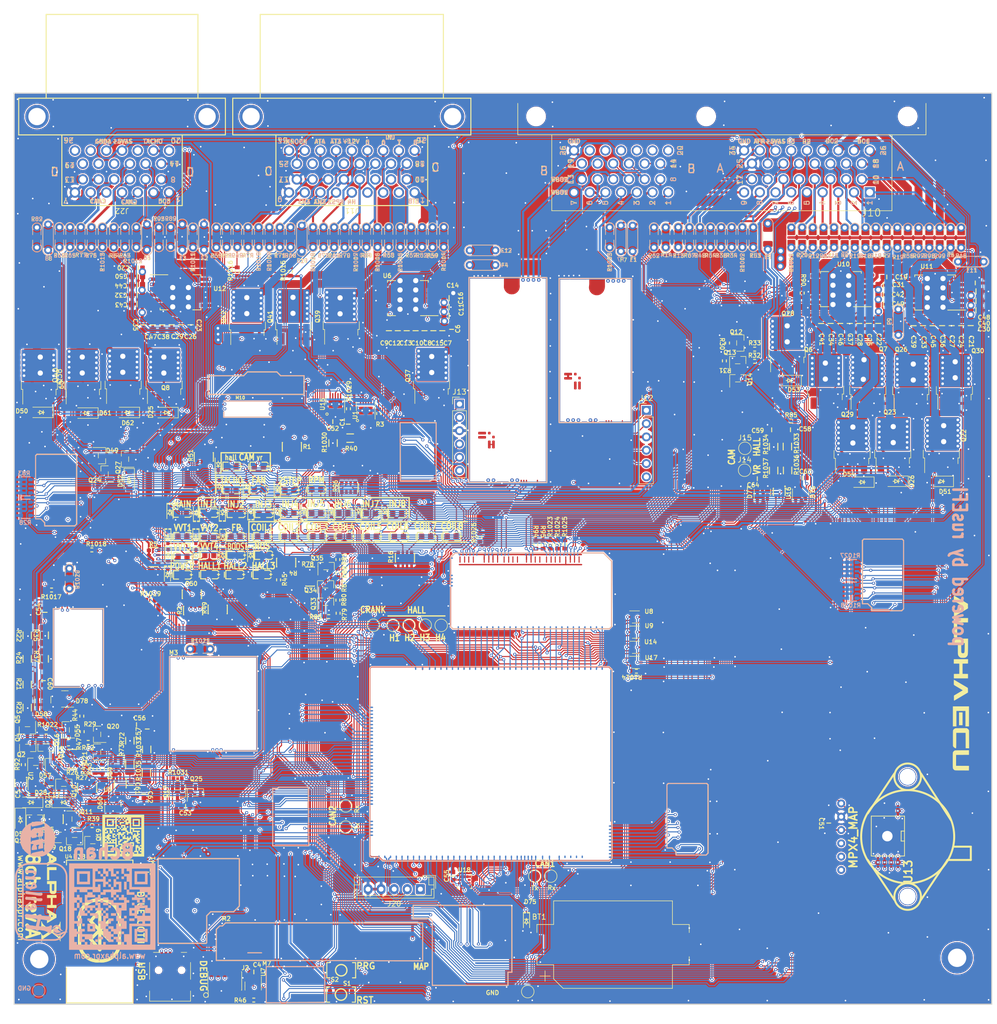
<source format=kicad_pcb>
(kicad_pcb (version 20211014) (generator pcbnew)

  (general
    (thickness 1.6)
  )

  (paper "A")
  (title_block
    (title "alpha8ch")
    (date "2022-12-17")
    (rev "a")
  )

  (layers
    (0 "F.Cu" signal)
    (1 "In1.Cu" signal)
    (2 "In2.Cu" signal)
    (31 "B.Cu" signal)
    (32 "B.Adhes" user "B.Adhesive")
    (33 "F.Adhes" user "F.Adhesive")
    (34 "B.Paste" user)
    (35 "F.Paste" user)
    (36 "B.SilkS" user "B.Silkscreen")
    (37 "F.SilkS" user "F.Silkscreen")
    (38 "B.Mask" user)
    (39 "F.Mask" user)
    (40 "Dwgs.User" user "User.Drawings")
    (41 "Cmts.User" user "User.Comments")
    (42 "Eco1.User" user "User.Eco1")
    (43 "Eco2.User" user "User.Eco2")
    (44 "Edge.Cuts" user)
    (45 "Margin" user)
    (46 "B.CrtYd" user "B.Courtyard")
    (47 "F.CrtYd" user "F.Courtyard")
    (48 "B.Fab" user)
    (49 "F.Fab" user)
  )

  (setup
    (stackup
      (layer "F.SilkS" (type "Top Silk Screen"))
      (layer "F.Paste" (type "Top Solder Paste"))
      (layer "F.Mask" (type "Top Solder Mask") (color "Green") (thickness 0.01))
      (layer "F.Cu" (type "copper") (thickness 0.035))
      (layer "dielectric 1" (type "core") (thickness 0.35) (material "FR4") (epsilon_r 4.5) (loss_tangent 0.02))
      (layer "In1.Cu" (type "copper") (thickness 0.018))
      (layer "dielectric 2" (type "prepreg") (thickness 0.774) (material "FR4") (epsilon_r 4.5) (loss_tangent 0.02))
      (layer "In2.Cu" (type "copper") (thickness 0.018))
      (layer "dielectric 3" (type "core") (thickness 0.35) (material "FR4") (epsilon_r 4.5) (loss_tangent 0.02))
      (layer "B.Cu" (type "copper") (thickness 0.035))
      (layer "B.Mask" (type "Bottom Solder Mask") (color "Green") (thickness 0.01))
      (layer "B.Paste" (type "Bottom Solder Paste"))
      (layer "B.SilkS" (type "Bottom Silk Screen"))
      (copper_finish "None")
      (dielectric_constraints no)
    )
    (pad_to_mask_clearance 0)
    (aux_axis_origin 21.1 170.7)
    (pcbplotparams
      (layerselection 0x00310f8_ffffffff)
      (disableapertmacros true)
      (usegerberextensions true)
      (usegerberattributes false)
      (usegerberadvancedattributes true)
      (creategerberjobfile false)
      (svguseinch false)
      (svgprecision 6)
      (excludeedgelayer true)
      (plotframeref false)
      (viasonmask false)
      (mode 1)
      (useauxorigin true)
      (hpglpennumber 1)
      (hpglpenspeed 20)
      (hpglpendiameter 15.000000)
      (dxfpolygonmode true)
      (dxfimperialunits true)
      (dxfusepcbnewfont true)
      (psnegative false)
      (psa4output false)
      (plotreference true)
      (plotvalue false)
      (plotinvisibletext false)
      (sketchpadsonfab false)
      (subtractmaskfromsilk false)
      (outputformat 1)
      (mirror false)
      (drillshape 0)
      (scaleselection 1)
      (outputdirectory "gerber/")
    )
  )

  (net 0 "")
  (net 1 "GND")
  (net 2 "/IN_CRANK")
  (net 3 "+12V")
  (net 4 "/NRESET")
  (net 5 "unconnected-(J1-Pad4)")
  (net 6 "Net-(D12-Pad1)")
  (net 7 "/VBUS")
  (net 8 "Net-(D13-Pad1)")
  (net 9 "Net-(D14-Pad1)")
  (net 10 "Net-(D15-Pad1)")
  (net 11 "Net-(D28-Pad1)")
  (net 12 "unconnected-(M5-PadJ16)")
  (net 13 "unconnected-(M5-PadJ15)")
  (net 14 "+12V_ETB")
  (net 15 "Net-(D16-Pad1)")
  (net 16 "+5VA")
  (net 17 "Net-(D2-Pad1)")
  (net 18 "Net-(BT1-Pad1)")
  (net 19 "Net-(D3-Pad1)")
  (net 20 "/INJ1")
  (net 21 "/INJ2")
  (net 22 "/MAP2")
  (net 23 "/USB+")
  (net 24 "/USB-")
  (net 25 "+5V")
  (net 26 "/IGN1")
  (net 27 "/IGN2")
  (net 28 "Net-(D1-Pad1)")
  (net 29 "/VIGN")
  (net 30 "/BOOT0")
  (net 31 "/OUT_IGN1")
  (net 32 "/OUT_IGN2")
  (net 33 "+3V3")
  (net 34 "/OUT_INJ2")
  (net 35 "/OUT_INJ1")
  (net 36 "/OUT_NOS")
  (net 37 "/PWR_5VA")
  (net 38 "/PWR_3V3")
  (net 39 "/PWR_5V")
  (net 40 "/IN_2STEP")
  (net 41 "/OUT_FAN_RELAY")
  (net 42 "/OUT_TACH")
  (net 43 "/IN_CAM_HALL")
  (net 44 "Net-(D18-Pad2)")
  (net 45 "Net-(D19-Pad2)")
  (net 46 "Net-(D17-Pad1)")
  (net 47 "/IN_HALL2")
  (net 48 "+5V_IGN")
  (net 49 "+3V3_IGN")
  (net 50 "+12V_RAW")
  (net 51 "/IN_HALL3")
  (net 52 "/IN_HALL4")
  (net 53 "Net-(C60-Pad1)")
  (net 54 "/OUT_PUMP_RELAY")
  (net 55 "/A4")
  (net 56 "/A3")
  (net 57 "/A2")
  (net 58 "/SWDIO")
  (net 59 "/SWCLK")
  (net 60 "/SWO")
  (net 61 "unconnected-(J2-Pad7)")
  (net 62 "unconnected-(J2-Pad8)")
  (net 63 "/OUT_IGN3")
  (net 64 "Net-(D23-Pad2)")
  (net 65 "/IN_CRANK-")
  (net 66 "/IN_CRANK+")
  (net 67 "Net-(C61-Pad1)")
  (net 68 "Net-(C62-Pad1)")
  (net 69 "Net-(C63-Pad1)")
  (net 70 "Net-(C64-Pad1)")
  (net 71 "/OUT_IGN4")
  (net 72 "Net-(D24-Pad2)")
  (net 73 "Net-(D33-Pad1)")
  (net 74 "unconnected-(M5-PadE3)")
  (net 75 "unconnected-(M5-PadE4)")
  (net 76 "GNDA")
  (net 77 "/OUT_VVT3")
  (net 78 "unconnected-(M5-PadJ17)")
  (net 79 "/OUT_VVT4")
  (net 80 "/IN_AFR")
  (net 81 "/IN_CAM_VR")
  (net 82 "/AFR")
  (net 83 "Net-(D34-Pad1)")
  (net 84 "Net-(D35-Pad2)")
  (net 85 "+12V_DC1")
  (net 86 "/HALL3")
  (net 87 "Net-(D37-Pad1)")
  (net 88 "/OUT_BOOST")
  (net 89 "/2STEP")
  (net 90 "Net-(D38-Pad1)")
  (net 91 "Net-(D38-Pad2)")
  (net 92 "Net-(D20-Pad2)")
  (net 93 "/OUT_VVT1")
  (net 94 "Net-(D40-Pad1)")
  (net 95 "/OUT_VVT2")
  (net 96 "Net-(D41-Pad1)")
  (net 97 "/OUT_MAIN_LS")
  (net 98 "Net-(D57-Pad3)")
  (net 99 "unconnected-(M5-PadS14)")
  (net 100 "/OUT_INJ3")
  (net 101 "Net-(D42-Pad1)")
  (net 102 "/OUT_LS8")
  (net 103 "/OUT_INJ4")
  (net 104 "/OUT_LS7")
  (net 105 "/OUT_IGN5")
  (net 106 "Net-(D63-Pad2)")
  (net 107 "/OUT_IGN6")
  (net 108 "/TACH_PULLUP")
  (net 109 "unconnected-(M5-PadJ18)")
  (net 110 "unconnected-(D49-Pad3)")
  (net 111 "Net-(D64-Pad2)")
  (net 112 "/CRANK_P_PULLUP")
  (net 113 "/OUT_IGN7")
  (net 114 "/FAN_RELAY")
  (net 115 "/PUMP_RELAY")
  (net 116 "/TACH")
  (net 117 "Net-(D65-Pad2)")
  (net 118 "/IN_VIGN")
  (net 119 "/THRESHOLD_VR_CM")
  (net 120 "/CAM_PULLDOWN")
  (net 121 "/HALL1")
  (net 122 "/VR_ANALOG_CM")
  (net 123 "/IN_CAM_VR-")
  (net 124 "/IN_CAM_VR+")
  (net 125 "/IGN4")
  (net 126 "/IGN3")
  (net 127 "unconnected-(M5-PadJ8)")
  (net 128 "unconnected-(M5-PadJ23)")
  (net 129 "unconnected-(M5-PadJ24)")
  (net 130 "/HALL2")
  (net 131 "/TLS115_PG")
  (net 132 "unconnected-(M5-PadJ25)")
  (net 133 "unconnected-(M5-PadJ26)")
  (net 134 "/OUT_IGN8")
  (net 135 "/A8")
  (net 136 "/B2")
  (net 137 "Net-(D66-Pad2)")
  (net 138 "Net-(D67-Pad1)")
  (net 139 "unconnected-(J10-Pad52)")
  (net 140 "/OUT_INJ5")
  (net 141 "/B8")
  (net 142 "/C1")
  (net 143 "/C2")
  (net 144 "/C3")
  (net 145 "/C4")
  (net 146 "/C5")
  (net 147 "/C6")
  (net 148 "/C7")
  (net 149 "/C8")
  (net 150 "Net-(Q4-Pad3)")
  (net 151 "Net-(D78-Pad3)")
  (net 152 "/TPS1")
  (net 153 "/CAM_VR")
  (net 154 "/FLEX")
  (net 155 "/PPS2")
  (net 156 "Net-(R21-Pad1)")
  (net 157 "Net-(R22-Pad1)")
  (net 158 "Net-(D68-Pad1)")
  (net 159 "/+12V_LIM")
  (net 160 "unconnected-(D55-Pad2)")
  (net 161 "Net-(Q13-Pad2)")
  (net 162 "Net-(R35-Pad1)")
  (net 163 "/TPS2")
  (net 164 "unconnected-(U1-Pad2)")
  (net 165 "unconnected-(U4-Pad5)")
  (net 166 "unconnected-(U4-Pad6)")
  (net 167 "/TEMP_PULLUP")
  (net 168 "Net-(Q14-Pad2)")
  (net 169 "/OUT_INJ6")
  (net 170 "/CAM_HALL")
  (net 171 "/VREF2")
  (net 172 "Net-(D69-Pad1)")
  (net 173 "/OUT_INJ7")
  (net 174 "Net-(D70-Pad1)")
  (net 175 "Net-(D10-Pad1)")
  (net 176 "Net-(D11-Pad1)")
  (net 177 "/PWR_EN")
  (net 178 "Net-(Q18-Pad1)")
  (net 179 "/OUT_INJ8")
  (net 180 "Net-(Q1-Pad2)")
  (net 181 "Net-(Q2-Pad2)")
  (net 182 "Net-(Q12-Pad2)")
  (net 183 "unconnected-(M1-PadV2)")
  (net 184 "/UART_TX")
  (net 185 "/UART_RX")
  (net 186 "+5VAS")
  (net 187 "/2STEP_PULLDOWN")
  (net 188 "Net-(Q20-Pad2)")
  (net 189 "Net-(Q21-Pad2)")
  (net 190 "Net-(D75-Pad1)")
  (net 191 "/WAKEUP")
  (net 192 "/B1")
  (net 193 "/OUT_MAIN_HS")
  (net 194 "/D14")
  (net 195 "/IN_D2")
  (net 196 "/IN_D3")
  (net 197 "/IN_D4")
  (net 198 "/IN_TPS1")
  (net 199 "/IN_TPS2")
  (net 200 "/IN_PPS2")
  (net 201 "/IN_FLEX")
  (net 202 "/IN_PPS1")
  (net 203 "/NOS")
  (net 204 "/MAIN")
  (net 205 "/ETB_PWM")
  (net 206 "/BOOST")
  (net 207 "/THRESHOLD_VR_CR")
  (net 208 "/VVT1")
  (net 209 "/VVT2")
  (net 210 "/INJ3")
  (net 211 "/INJ4")
  (net 212 "/D2_PULLDOWN")
  (net 213 "/D3_PULLDOWN")
  (net 214 "/D4_PULLDOWN")
  (net 215 "/ETB_DIR")
  (net 216 "/ETB_DIS")
  (net 217 "/VR_ANALOG_CR")
  (net 218 "/DIG4")
  (net 219 "/DIG3")
  (net 220 "/DIG2")
  (net 221 "/A5")
  (net 222 "/D15")
  (net 223 "/D18")
  (net 224 "/CAN1_RX")
  (net 225 "/CAN1_TX")
  (net 226 "/A1")
  (net 227 "unconnected-(J10-Pad6)")
  (net 228 "/A9")
  (net 229 "/A10")
  (net 230 "/A11")
  (net 231 "/A12")
  (net 232 "/A13")
  (net 233 "/A14")
  (net 234 "/A15")
  (net 235 "/A16")
  (net 236 "/A17")
  (net 237 "Net-(Q33-Pad2)")
  (net 238 "Net-(Q34-Pad2)")
  (net 239 "Net-(Q35-Pad2)")
  (net 240 "unconnected-(R49-Pad5)")
  (net 241 "/OUT_ETB+")
  (net 242 "/OUT_ETB-")
  (net 243 "Net-(R72-Pad1)")
  (net 244 "/A18")
  (net 245 "/A19")
  (net 246 "unconnected-(U6-Pad3)")
  (net 247 "unconnected-(J7-Pad1)")
  (net 248 "unconnected-(J8-Pad1)")
  (net 249 "Net-(D39-Pad1)")
  (net 250 "/PPS1")
  (net 251 "/A20")
  (net 252 "/A21")
  (net 253 "Net-(D56-Pad2)")
  (net 254 "Net-(Q3-Pad1)")
  (net 255 "Net-(Q4-Pad1)")
  (net 256 "unconnected-(M5-PadJ9)")
  (net 257 "unconnected-(M5-PadJ10)")
  (net 258 "Net-(D1-Pad2)")
  (net 259 "/SD_SCK")
  (net 260 "/SD_MOSI")
  (net 261 "/SD_CS")
  (net 262 "/SD_MISO")
  (net 263 "unconnected-(U1-Pad4)")
  (net 264 "unconnected-(U1-Pad7)")
  (net 265 "unconnected-(U1-Pad9)")
  (net 266 "/A22")
  (net 267 "/A23")
  (net 268 "/A26")
  (net 269 "/A27")
  (net 270 "/A28")
  (net 271 "/A29")
  (net 272 "/A30")
  (net 273 "/A31")
  (net 274 "/A33")
  (net 275 "/WBO1_R_Trim")
  (net 276 "/WBO1_Ip")
  (net 277 "/WBO1_Vs{slash}Ip")
  (net 278 "/WBO1_Vs")
  (net 279 "/WBO1_H-")
  (net 280 "/WBO2_R_Trim")
  (net 281 "/WBO2_Ip")
  (net 282 "/WBO2_Vs{slash}Ip")
  (net 283 "/WBO2_Vs")
  (net 284 "/WBO2_H-")
  (net 285 "/C9")
  (net 286 "/C10")
  (net 287 "/C11")
  (net 288 "/C12")
  (net 289 "/C13")
  (net 290 "unconnected-(J11-Pad14)")
  (net 291 "unconnected-(J11-Pad15)")
  (net 292 "unconnected-(J11-Pad16)")
  (net 293 "/C18")
  (net 294 "unconnected-(J11-Pad19)")
  (net 295 "unconnected-(J11-Pad20)")
  (net 296 "/C21")
  (net 297 "/C23")
  (net 298 "/C24")
  (net 299 "/C26")
  (net 300 "unconnected-(J11-Pad27)")
  (net 301 "unconnected-(J11-Pad28)")
  (net 302 "unconnected-(J11-Pad29)")
  (net 303 "/C30")
  (net 304 "/C31")
  (net 305 "/C32")
  (net 306 "/C33")
  (net 307 "/D8")
  (net 308 "/D9")
  (net 309 "/D10")
  (net 310 "/D16")
  (net 311 "/D17")
  (net 312 "/D19")
  (net 313 "/D20")
  (net 314 "/D21")
  (net 315 "/D22")
  (net 316 "/D23")
  (net 317 "/D24")
  (net 318 "/D25")
  (net 319 "Net-(J12-Pad1)")
  (net 320 "Net-(J12-Pad2)")
  (net 321 "Net-(J12-Pad4)")
  (net 322 "Net-(J12-Pad5)")
  (net 323 "unconnected-(J12-Pad6)")
  (net 324 "Net-(J13-Pad1)")
  (net 325 "Net-(J13-Pad2)")
  (net 326 "Net-(J13-Pad4)")
  (net 327 "Net-(J13-Pad5)")
  (net 328 "unconnected-(J13-Pad6)")
  (net 329 "/HALL4")
  (net 330 "/IGN8")
  (net 331 "/IGN7")
  (net 332 "/IGN6")
  (net 333 "/IGN5")
  (net 334 "unconnected-(M5-PadJ3)")
  (net 335 "unconnected-(M5-PadJ7)")
  (net 336 "unconnected-(M5-PadJ11)")
  (net 337 "unconnected-(M5-PadJ12)")
  (net 338 "/AT3")
  (net 339 "/AN5")
  (net 340 "/AN4")
  (net 341 "/AT4")
  (net 342 "/AN3")
  (net 343 "/MAP1")
  (net 344 "/AT1")
  (net 345 "/AT2")
  (net 346 "/AN2")
  (net 347 "/AN6")
  (net 348 "/AN1")
  (net 349 "/KNOCK1")
  (net 350 "/KNOCK2")
  (net 351 "/IN_KNOCK2")
  (net 352 "/IN_AN6")
  (net 353 "/IN_KNOCK1")
  (net 354 "/IN_AN1")
  (net 355 "/IN_AN2")
  (net 356 "/IN_MAP1")
  (net 357 "/ONBOARD_MAP")
  (net 358 "/IN_AT2")
  (net 359 "/IN_AT1")
  (net 360 "/IN_AN3")
  (net 361 "/IN_AN4")
  (net 362 "/IN_AN5")
  (net 363 "/IN_AT4")
  (net 364 "/IN_AT3")
  (net 365 "/AMUX")
  (net 366 "/DC3_PWM")
  (net 367 "/CAN2_RX")
  (net 368 "/CAN2_TX")
  (net 369 "/DC3_DIR")
  (net 370 "/LS7")
  (net 371 "/LS8")
  (net 372 "/VVT4")
  (net 373 "/VVT3")
  (net 374 "/INJ5")
  (net 375 "/INJ6")
  (net 376 "/INJ7")
  (net 377 "/INJ8")
  (net 378 "Net-(M6-PadN1)")
  (net 379 "/DC2_PWM")
  (net 380 "/DC2_DIR")
  (net 381 "/DC1_DIR")
  (net 382 "/DC1_PWM")
  (net 383 "/I2C_SDA")
  (net 384 "/I2C_SCL")
  (net 385 "unconnected-(M6-PadN33)")
  (net 386 "unconnected-(M6-PadN34)")
  (net 387 "unconnected-(M6-PadN35)")
  (net 388 "unconnected-(M6-PadN36)")
  (net 389 "/AT2_4")
  (net 390 "/AT1_3")
  (net 391 "/AN3_4")
  (net 392 "/AN5_6")
  (net 393 "/CAN1-")
  (net 394 "/CAN1+")
  (net 395 "/IN_KNOCK_RAW2")
  (net 396 "/IN_KNOCK_RAW1")
  (net 397 "Net-(M11-PadJ1)")
  (net 398 "unconnected-(M11-PadJ2)")
  (net 399 "unconnected-(M11-PadJ_GND2)")
  (net 400 "unconnected-(M11-PadJ_VCC1)")
  (net 401 "unconnected-(M11-PadJ_VCC2)")
  (net 402 "/MCU_LS7")
  (net 403 "unconnected-(M12-PadJ1)")
  (net 404 "Net-(M12-PadJ2)")
  (net 405 "unconnected-(M12-PadJ_GND1)")
  (net 406 "unconnected-(M12-PadJ_GND2)")
  (net 407 "unconnected-(M12-PadJ_VCC1)")
  (net 408 "/WCAN2_VIO")
  (net 409 "/WCAN2_RX")
  (net 410 "/WCAN2_TX")
  (net 411 "/CAN2-")
  (net 412 "/CAN2+")
  (net 413 "Net-(Q15-Pad1)")
  (net 414 "Net-(Q17-Pad1)")
  (net 415 "unconnected-(R26-Pad3)")
  (net 416 "unconnected-(R26-Pad4)")
  (net 417 "/OUT_DC1+")
  (net 418 "unconnected-(R78-Pad4)")
  (net 419 "/OUT_DC3+")
  (net 420 "/OUT_DC3-")
  (net 421 "/OUT_DC1-")
  (net 422 "/OUT_DC2+")
  (net 423 "/OUT_DC2-")
  (net 424 "/MCU_LS8")
  (net 425 "/MCU_BOOST")
  (net 426 "unconnected-(U10-Pad3)")
  (net 427 "unconnected-(U11-Pad3)")
  (net 428 "unconnected-(U12-Pad3)")
  (net 429 "unconnected-(U13-Pad4)")
  (net 430 "unconnected-(U13-Pad5)")
  (net 431 "unconnected-(U13-Pad6)")
  (net 432 "unconnected-(U15-Pad2)")
  (net 433 "unconnected-(U15-Pad4)")
  (net 434 "unconnected-(U15-Pad7)")
  (net 435 "unconnected-(U15-Pad9)")
  (net 436 "unconnected-(U18-Pad7)")
  (net 437 "unconnected-(J10-Pad53)")
  (net 438 "unconnected-(J10-Pad54)")
  (net 439 "unconnected-(J10-Pad55)")
  (net 440 "unconnected-(J10-Pad56)")
  (net 441 "unconnected-(J10-Pad57)")
  (net 442 "unconnected-(J10-Pad58)")
  (net 443 "unconnected-(J10-Pad59)")
  (net 444 "unconnected-(J22-Pad1)")
  (net 445 "unconnected-(J22-Pad3)")
  (net 446 "unconnected-(J22-Pad6)")
  (net 447 "unconnected-(J22-Pad7)")
  (net 448 "unconnected-(J22-Pad11)")
  (net 449 "unconnected-(J22-Pad12)")
  (net 450 "unconnected-(J22-Pad13)")
  (net 451 "/D2")
  (net 452 "/MCU_VVT4")
  (net 453 "+12V_DC2")
  (net 454 "+12V_DC3")
  (net 455 "Net-(D36-Pad2)")
  (net 456 "unconnected-(M11-PadW9)")
  (net 457 "/MCU_VVT1")
  (net 458 "/MCU_FAN_RELAY")
  (net 459 "/MCU_INJ1")
  (net 460 "/MCU_INJ2")
  (net 461 "/MCU_VVT3")
  (net 462 "/MCU_VVT2")
  (net 463 "/MCU_INJ3")
  (net 464 "/MCU_INJ4")
  (net 465 "/MCU_INJ5")
  (net 466 "/MCU_INJ6")
  (net 467 "/MCU_INJ7")
  (net 468 "/MCU_INJ8")
  (net 469 "unconnected-(M11-PadW2)")
  (net 470 "Net-(R1029-Pad2)")
  (net 471 "Net-(R1032-Pad1)")
  (net 472 "Net-(R1033-Pad1)")
  (net 473 "Net-(R1034-Pad1)")

  (footprint "hellen-one-ign8-0.2:ign8" (layer "F.Cu") (at 153.710111 128.428146 180))

  (footprint "hellen-one-common:SOD-123" (layer "F.Cu") (at 169.27 51.605 180))

  (footprint "hellen-one-common:PAD-0805-PAD" (layer "F.Cu") (at 179.8 24.32 90))

  (footprint "hellen-one-common:SOD-323" (layer "F.Cu") (at 91.932503 76.518502 90))

  (footprint "hellen-one-common:C0603" (layer "F.Cu") (at 204.75 32.985007 180))

  (footprint "rusefi_lib-connectors:6473423-1" (layer "F.Cu") (at 41.72 1.2 180))

  (footprint "hellen-one-common:R0603" (layer "F.Cu") (at 34.1 118.64999 -90))

  (footprint "hellen-one-common:R0603" (layer "F.Cu") (at 140 107.1 180))

  (footprint "hellen-one-common:C0603" (layer "F.Cu") (at 187.84 31.855007 180))

  (footprint "hellen-one-common:R0603" (layer "F.Cu") (at 171.68 34.9 -90))

  (footprint "hellen-one-common:C0805" (layer "F.Cu") (at 53.01 40.96 -90))

  (footprint "hellen-one-common:R0603-4" (layer "F.Cu") (at 55.3 95.51 90))

  (footprint "hellen-one-common:C0805" (layer "F.Cu") (at 44.63 33.42))

  (footprint "hellen-one-common:LED-0603" (layer "F.Cu") (at 68.45 88.6))

  (footprint "hellen-one-common:C0805" (layer "F.Cu") (at 187.18 37.03 180))

  (footprint "hellen-one-common:R0603-4" (layer "F.Cu") (at 73.08 86.36 90))

  (footprint "hellen-one-common:SOD-323" (layer "F.Cu") (at 60.100001 67.588499 90))

  (footprint "Package_TO_SOT_SMD:SOT-363_SC-70-6" (layer "F.Cu") (at 139.9 96.75))

  (footprint "hellen-one-common:C0603" (layer "F.Cu") (at 46.5 145.48 -90))

  (footprint "hellen-one-common:SOD-323" (layer "F.Cu") (at 65.452503 71.758502 90))

  (footprint "hellen-one-common:R0603" (layer "F.Cu") (at 82.96 91.03 -90))

  (footprint "hellen-one-common:PAD-0805-PAD" (layer "F.Cu") (at 48.768 24.24 -90))

  (footprint "hellen-one-common:R0603" (layer "F.Cu") (at 122.17 82.91 90))

  (footprint "MountingHole:MountingHole_4.5mm_Pad" (layer "F.Cu") (at 25.903 162.081))

  (footprint "hellen-one-common:LED-0603" (layer "F.Cu") (at 58.45 88.61))

  (footprint "hellen-one-common:PAD-0805-PAD" (layer "F.Cu") (at 101.05 24.25 -90))

  (footprint "hellen-one-common:PAD-0805-PAD" (layer "F.Cu") (at 175.75 24.3 90))

  (footprint "hellen-one-common:PAD-0805-PAD" (layer "F.Cu") (at 73.914 24.24 90))

  (footprint "hellen-one-common:R1206" (layer "F.Cu") (at 166.22 64.23999 90))

  (footprint "hellen-one-common:R1206" (layer "F.Cu") (at 23.6 109.64999 90))

  (footprint "Package_SO:Infineon_PG-DSO-12-11" (layer "F.Cu") (at 179.0774 34.147978 180))

  (footprint "TestPoint:TestPoint_Pad_D2.0mm" (layer "F.Cu") (at 123.63 146.23))

  (footprint "hellen-one-common:PAD-0805-PAD" (layer "F.Cu") (at 25.45 24.28 -90))

  (footprint "hellen-one-common:SOT-23" (layer "F.Cu") (at 37.8395 65.9495))

  (footprint "hellen-one-common:PAD-1206-PAD" (layer "F.Cu") (at 110.6 29.55 180))

  (footprint "hellen-one-common:SOT-23" (layer "F.Cu") (at 159.36 47.75 90))

  (footprint "hellen-one-common:PAD-0805-PAD" (layer "F.Cu") (at 61.722 24.24 90))

  (footprint "hellen-one-common:C0805" (layer "F.Cu") (at 44.59 37.01 180))

  (footprint "hellen-one-common:SOD-323" (layer "F.Cu") (at 60.300001 71.789998 -90))

  (footprint "hellen-one-common:LED-0603" (layer "F.Cu") (at 58.3 76.86))

  (footprint "Package_TO_SOT_SMD:SOT-23" (layer "F.Cu") (at 30.8 112.4 180))

  (footprint "hellen-one-common:C0603" (layer "F.Cu") (at 165.85 61.03999 180))

  (footprint "hellen-one-common:C0603" (layer "F.Cu") (at 84.95 59.93 -90))

  (footprint "hellen-one-common:DPAK" (layer "F.Cu") (at 181.215 63.985 90))

  (footprint "hellen-one-common:SMD-2_2.9x3.9x1.7" (layer "F.Cu") (at 83.55 168.85 180))

  (footprint "hellen-one-common:C0805" (layer "F.Cu") (at 44.62 35.22))

  (footprint "hellen-one-common:SOD-323" (layer "F.Cu") (at 55.82 81.63 -90))

  (footprint "Package_TO_SOT_SMD:SOT-363_SC-70-6" (layer "F.Cu") (at 139.91 102.55))

  (footprint "hellen-one-common:C0603" (layer "F.Cu") (at 66.9 164.55 180))

  (footprint "hellen-one-common:SOT-23" (layer "F.Cu") (at 24.35 139.34999 90))

  (footprint "hellen-one-common:R1206" (layer "F.Cu") (at 23.6 104.74999 90))

  (footprint "hellen-one-common:R0603-4" (layer "F.Cu") (at 55.05 92.41 90))

  (footprint "hellen-one-common:C0603" (layer "F.Cu") (at 171.7 70.18999))

  (footprint "hellen-one-common:SOT-363" (layer "F.Cu") (at 41.39 128.69 -90))

  (footprint "hellen-one-common:DPAK" (layer "F.Cu") (at 83.6 40.49 90))

  (footprint "hellen-one-common:PAD-0805-PAD" (layer "F.Cu") (at 160.25 24.24 90))

  (footprint "hellen-one-sd-0.1:sd" (layer "F.Cu") (at 97.252501 167.190187))

  (footprint "hellen-one-common:PAD-0805-PAD" (layer "F.Cu") (at 86.33 24.250021 90))

  (footprint "hellen-one-common:SOD-123" (layer "F.Cu")
    (tedit 61C5D7AE) (tstamp 2e6f7d49-2ac1-4eb4-a73f-631dd2ef7f2f)
    (at 24.35 132.14999 180)
    (descr "SOD-123")
    (tags "SOD-123")
    (property "LCSC" "C8598")
    (property "Sheetfile" "alphax_8ch.kicad_sch")
    (property "Sheetname" "")
    (path "/073c368e-e01b-4d88-863f-aa116f3f1dd2")
    (attr smd)
    (fp_text reference "D28" (at -1.85 1.84999) (layer "F.SilkS")
      (effects (font (size 0.82 0.82) (thickness 0.17)))
      (tstamp e0e125f2-b9a4-421b-945a-43b10dd20b2e)
    )
    (fp_text value "B5819W" (at 0 2.1) (layer "F.Fab")
      (effects (font (size 1 1) (thickness 0.15)))
      (tstamp 874930f0-962a-4348-aebe-63ff66738b83)
    )
    (fp_text user "${REFERENCE}" (at 0 -2) (layer "F.Fab")
      (effects (font (size 1 1) (thickness 0.15)))
      (tstamp cb5ece8e-5385-4b67-8147-d2b53e37576d)
    )
    (fp_line (start 0.35 0.35) (end 0.35 -0.35) (layer "F.SilkS") (width 0.17) (tstamp 3a6b000c-7fdf-4731-a637-a695bdd9a7ae))
    (fp_line (start 0.35 0) (end 0.65 0) (layer "F.SilkS") (width 0.17) (tstamp 501b0c0b-a7bc-451e-9580-ad68556addc3))
    (fp_line (start -2.25 -1) (end 1.65 -1) (layer "F.SilkS") (width 0.12) (tstamp 5077a3ca-abc5-46b4-bf57-3155f1307b3d))
    (fp_line (start -2.25 -1) (end -2.25 1) (layer "F.SilkS") (width 0.12) (tstamp 55e62144-57a8-410b-b7ba-e94b884d35ab))
    (fp_line (start -2.25 1) (end 1.65 1) (layer "F.SilkS") (width 0.12) (tstamp 86e2a8e7-5628-4900-b6e4-1bd033b65974))
    (fp_line (start -0.35 0) (end 0.35 -0.35) (layer "F.SilkS") (width 0.17) (tstamp 9b302e26-5bec-471e-87bc-0b6a1ef630b7))
    (fp_line (start -0.35 0) (end 0.35 0.35) (layer "F.SilkS") (width 0.17) (tstamp ad08e145-267e-4fda-804e-6b4e21a9d1cc))
    (fp_line (start -0.35 0.35) (
... [11529500 chars truncated]
</source>
